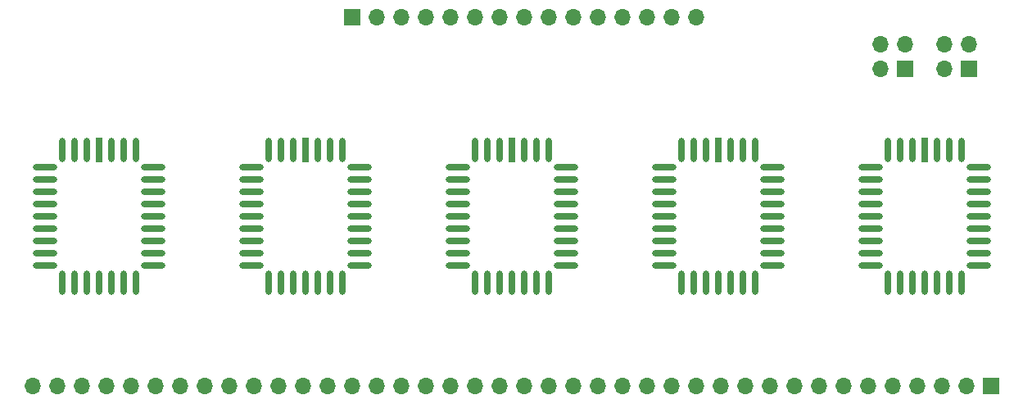
<source format=gbr>
%TF.GenerationSoftware,KiCad,Pcbnew,(6.0.0-0)*%
%TF.CreationDate,2022-01-25T13:08:08-05:00*%
%TF.ProjectId,EEPROM-Board,45455052-4f4d-42d4-926f-6172642e6b69,rev?*%
%TF.SameCoordinates,Original*%
%TF.FileFunction,Soldermask,Top*%
%TF.FilePolarity,Negative*%
%FSLAX46Y46*%
G04 Gerber Fmt 4.6, Leading zero omitted, Abs format (unit mm)*
G04 Created by KiCad (PCBNEW (6.0.0-0)) date 2022-01-25 13:08:08*
%MOMM*%
%LPD*%
G01*
G04 APERTURE LIST*
G04 Aperture macros list*
%AMRoundRect*
0 Rectangle with rounded corners*
0 $1 Rounding radius*
0 $2 $3 $4 $5 $6 $7 $8 $9 X,Y pos of 4 corners*
0 Add a 4 corners polygon primitive as box body*
4,1,4,$2,$3,$4,$5,$6,$7,$8,$9,$2,$3,0*
0 Add four circle primitives for the rounded corners*
1,1,$1+$1,$2,$3*
1,1,$1+$1,$4,$5*
1,1,$1+$1,$6,$7*
1,1,$1+$1,$8,$9*
0 Add four rect primitives between the rounded corners*
20,1,$1+$1,$2,$3,$4,$5,0*
20,1,$1+$1,$4,$5,$6,$7,0*
20,1,$1+$1,$6,$7,$8,$9,0*
20,1,$1+$1,$8,$9,$2,$3,0*%
G04 Aperture macros list end*
%ADD10R,1.700000X1.700000*%
%ADD11O,1.700000X1.700000*%
%ADD12R,0.644962X2.535553*%
%ADD13RoundRect,0.322481X0.000000X-0.945295X0.000000X-0.945295X0.000000X0.945295X0.000000X0.945295X0*%
%ADD14RoundRect,0.322481X-0.945295X0.000000X0.945295X0.000000X0.945295X0.000000X-0.945295X0.000000X0*%
G04 APERTURE END LIST*
D10*
%TO.C,J4*%
X205227000Y-80772000D03*
D11*
X202687000Y-80772000D03*
X200147000Y-80772000D03*
X197607000Y-80772000D03*
X195067000Y-80772000D03*
X192527000Y-80772000D03*
X189987000Y-80772000D03*
X187447000Y-80772000D03*
X184907000Y-80772000D03*
X182367000Y-80772000D03*
X179827000Y-80772000D03*
X177287000Y-80772000D03*
X174747000Y-80772000D03*
X172207000Y-80772000D03*
X169667000Y-80772000D03*
X167127000Y-80772000D03*
X164587000Y-80772000D03*
X162047000Y-80772000D03*
X159507000Y-80772000D03*
X156967000Y-80772000D03*
X154427000Y-80772000D03*
X151887000Y-80772000D03*
X149347000Y-80772000D03*
X146807000Y-80772000D03*
X144267000Y-80772000D03*
X141727000Y-80772000D03*
X139187000Y-80772000D03*
X136647000Y-80772000D03*
X134107000Y-80772000D03*
X131567000Y-80772000D03*
X129027000Y-80772000D03*
X126487000Y-80772000D03*
X123947000Y-80772000D03*
X121407000Y-80772000D03*
X118867000Y-80772000D03*
X116327000Y-80772000D03*
X113787000Y-80772000D03*
X111247000Y-80772000D03*
X108707000Y-80772000D03*
X106167000Y-80772000D03*
%TD*%
%TO.C,J1*%
X174757000Y-42672000D03*
X172217000Y-42672000D03*
X169677000Y-42672000D03*
X167137000Y-42672000D03*
X164597000Y-42672000D03*
X162057000Y-42672000D03*
X159517000Y-42672000D03*
X156977000Y-42672000D03*
X154437000Y-42672000D03*
X151897000Y-42672000D03*
X149357000Y-42672000D03*
X146817000Y-42672000D03*
X144277000Y-42672000D03*
X141737000Y-42672000D03*
D10*
X139197000Y-42672000D03*
%TD*%
D11*
%TO.C,J3*%
X200406000Y-45461000D03*
X202946000Y-45461000D03*
X200406000Y-48001000D03*
D10*
X202946000Y-48001000D03*
%TD*%
%TO.C,J2*%
X196347000Y-48006000D03*
D11*
X193807000Y-48006000D03*
X196347000Y-45466000D03*
X193807000Y-45466000D03*
%TD*%
D12*
%TO.C,U5*%
X198374000Y-56402448D03*
D13*
X197104000Y-56402448D03*
X195834000Y-56402448D03*
X194564000Y-56402448D03*
D14*
X192800448Y-58166000D03*
X192800448Y-59436000D03*
X192800448Y-60706000D03*
X192800448Y-61976000D03*
X192800448Y-63246000D03*
X192800448Y-64516000D03*
X192800448Y-65786000D03*
X192800448Y-67056000D03*
X192800448Y-68326000D03*
D13*
X194564000Y-70089553D03*
X195834000Y-70089553D03*
X197104000Y-70089553D03*
X198374000Y-70089553D03*
X199644000Y-70089553D03*
X200914000Y-70089553D03*
X202184000Y-70089553D03*
D14*
X203947553Y-68326000D03*
X203947553Y-67056000D03*
X203947553Y-65786000D03*
X203947553Y-64516000D03*
X203947553Y-63246000D03*
X203947553Y-61976000D03*
X203947553Y-60706000D03*
X203947553Y-59436000D03*
X203947553Y-58166000D03*
D13*
X202184000Y-56402448D03*
X200914000Y-56402448D03*
X199644000Y-56402448D03*
%TD*%
D12*
%TO.C,U4*%
X177038000Y-56402448D03*
D13*
X175768000Y-56402448D03*
X174498000Y-56402448D03*
X173228000Y-56402448D03*
D14*
X171464448Y-58166000D03*
X171464448Y-59436000D03*
X171464448Y-60706000D03*
X171464448Y-61976000D03*
X171464448Y-63246000D03*
X171464448Y-64516000D03*
X171464448Y-65786000D03*
X171464448Y-67056000D03*
X171464448Y-68326000D03*
D13*
X173228000Y-70089553D03*
X174498000Y-70089553D03*
X175768000Y-70089553D03*
X177038000Y-70089553D03*
X178308000Y-70089553D03*
X179578000Y-70089553D03*
X180848000Y-70089553D03*
D14*
X182611553Y-68326000D03*
X182611553Y-67056000D03*
X182611553Y-65786000D03*
X182611553Y-64516000D03*
X182611553Y-63246000D03*
X182611553Y-61976000D03*
X182611553Y-60706000D03*
X182611553Y-59436000D03*
X182611553Y-58166000D03*
D13*
X180848000Y-56402448D03*
X179578000Y-56402448D03*
X178308000Y-56402448D03*
%TD*%
D12*
%TO.C,U3*%
X155702000Y-56402448D03*
D13*
X154432000Y-56402448D03*
X153162000Y-56402448D03*
X151892000Y-56402448D03*
D14*
X150128448Y-58166000D03*
X150128448Y-59436000D03*
X150128448Y-60706000D03*
X150128448Y-61976000D03*
X150128448Y-63246000D03*
X150128448Y-64516000D03*
X150128448Y-65786000D03*
X150128448Y-67056000D03*
X150128448Y-68326000D03*
D13*
X151892000Y-70089553D03*
X153162000Y-70089553D03*
X154432000Y-70089553D03*
X155702000Y-70089553D03*
X156972000Y-70089553D03*
X158242000Y-70089553D03*
X159512000Y-70089553D03*
D14*
X161275553Y-68326000D03*
X161275553Y-67056000D03*
X161275553Y-65786000D03*
X161275553Y-64516000D03*
X161275553Y-63246000D03*
X161275553Y-61976000D03*
X161275553Y-60706000D03*
X161275553Y-59436000D03*
X161275553Y-58166000D03*
D13*
X159512000Y-56402448D03*
X158242000Y-56402448D03*
X156972000Y-56402448D03*
%TD*%
D12*
%TO.C,U2*%
X134366000Y-56402448D03*
D13*
X133096000Y-56402448D03*
X131826000Y-56402448D03*
X130556000Y-56402448D03*
D14*
X128792448Y-58166000D03*
X128792448Y-59436000D03*
X128792448Y-60706000D03*
X128792448Y-61976000D03*
X128792448Y-63246000D03*
X128792448Y-64516000D03*
X128792448Y-65786000D03*
X128792448Y-67056000D03*
X128792448Y-68326000D03*
D13*
X130556000Y-70089553D03*
X131826000Y-70089553D03*
X133096000Y-70089553D03*
X134366000Y-70089553D03*
X135636000Y-70089553D03*
X136906000Y-70089553D03*
X138176000Y-70089553D03*
D14*
X139939553Y-68326000D03*
X139939553Y-67056000D03*
X139939553Y-65786000D03*
X139939553Y-64516000D03*
X139939553Y-63246000D03*
X139939553Y-61976000D03*
X139939553Y-60706000D03*
X139939553Y-59436000D03*
X139939553Y-58166000D03*
D13*
X138176000Y-56402448D03*
X136906000Y-56402448D03*
X135636000Y-56402448D03*
%TD*%
D12*
%TO.C,U1*%
X113030000Y-56402448D03*
D13*
X111760000Y-56402448D03*
X110490000Y-56402448D03*
X109220000Y-56402448D03*
D14*
X107456448Y-58166000D03*
X107456448Y-59436000D03*
X107456448Y-60706000D03*
X107456448Y-61976000D03*
X107456448Y-63246000D03*
X107456448Y-64516000D03*
X107456448Y-65786000D03*
X107456448Y-67056000D03*
X107456448Y-68326000D03*
D13*
X109220000Y-70089553D03*
X110490000Y-70089553D03*
X111760000Y-70089553D03*
X113030000Y-70089553D03*
X114300000Y-70089553D03*
X115570000Y-70089553D03*
X116840000Y-70089553D03*
D14*
X118603553Y-68326000D03*
X118603553Y-67056000D03*
X118603553Y-65786000D03*
X118603553Y-64516000D03*
X118603553Y-63246000D03*
X118603553Y-61976000D03*
X118603553Y-60706000D03*
X118603553Y-59436000D03*
X118603553Y-58166000D03*
D13*
X116840000Y-56402448D03*
X115570000Y-56402448D03*
X114300000Y-56402448D03*
%TD*%
M02*

</source>
